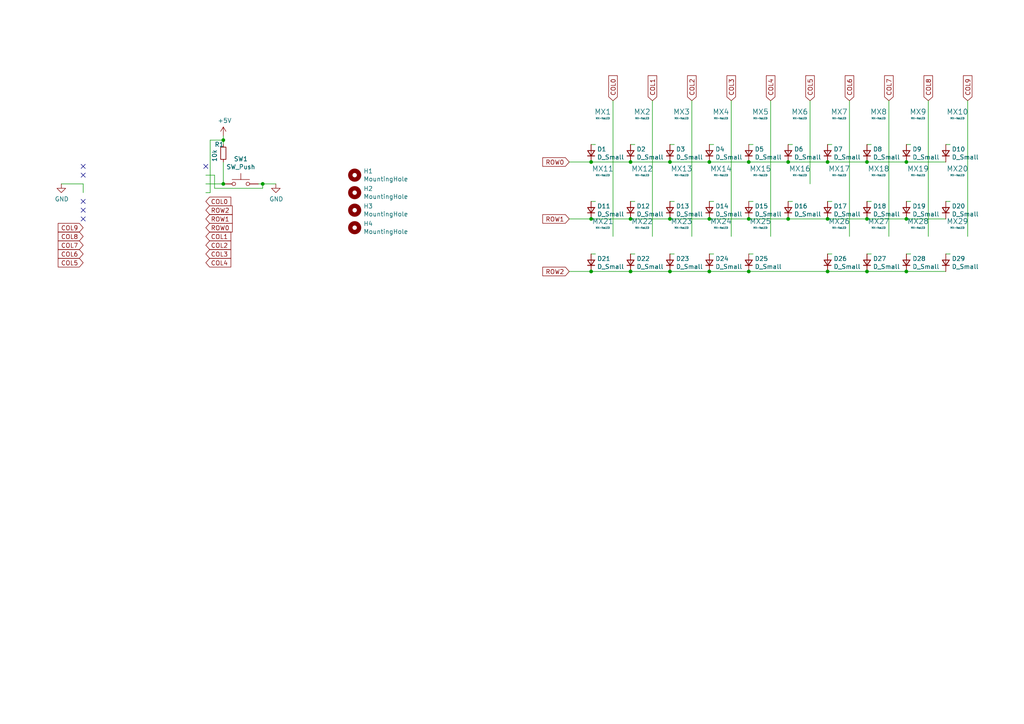
<source format=kicad_sch>
(kicad_sch (version 20230121) (generator eeschema)
  (paper "A4")
  (lib_symbols
    (symbol "Device:D_Small" (pin_numbers hide) (pin_names (offset 0.254) hide)
      (property "Reference" "D" (at -1.27 2.032 0))
      (property "Value" "D_Small" (at -3.81 -2.032 0))
      (symbol "D_Small_0_1"
        (polyline (pts (xy -0.762 -1.016) (xy -0.762 1.016)) (stroke (width 0.254)))
        (polyline (pts (xy -0.762 0) (xy 0.762 0)))
        (polyline (pts (xy 0.762 -1.016) (xy -0.762 0) (xy 0.762 1.016) (xy 0.762 -1.016)) (stroke (width 0.254)))
      )
      (symbol "D_Small_1_1"
        (pin passive line (at -2.54 0 0) (length 1.778) (name "K") (number "1"))
        (pin passive line (at 2.54 0 180) (length 1.778) (name "A") (number "2"))
      )
    )
    (symbol "Device:R_Small" (pin_numbers hide) (pin_names (offset 0.254) hide)
      (property "Reference" "R" (at 0.762 0.508 0))
      (property "Value" "R_Small" (at 0.762 -1.016 0))
      (symbol "R_Small_0_1"
        (rectangle (start -0.762 1.778) (end 0.762 -1.778) (stroke (width 0.2032)))
      )
      (symbol "R_Small_1_1"
        (pin passive line (at 0 2.54 270) (length 0.762) (name "~") (number "1"))
        (pin passive line (at 0 -2.54 90) (length 0.762) (name "~") (number "2"))
      )
    )
    (symbol "Mechanical:MountingHole" (pin_names (offset 1.016))
      (property "Reference" "H" (at 0 5.08 0))
      (property "Value" "MountingHole" (at 0 3.175 0))
      (symbol "MountingHole_0_1"
        (circle (center 0 0) (radius 1.27) (stroke (width 1.27)))
      )
    )
    (symbol "Switch:SW_Push" (pin_numbers hide) (pin_names (offset 1.016) hide)
      (property "Reference" "SW" (at 1.27 2.54 0))
      (property "Value" "SW_Push" (at 0 -1.524 0))
      (symbol "SW_Push_0_1"
        (circle (center -2.032 0) (radius 0.508))
        (polyline (pts (xy 0 1.27) (xy 0 3.048)))
        (polyline (pts (xy 2.54 1.27) (xy -2.54 1.27)))
        (circle (center 2.032 0) (radius 0.508))
        (pin passive line (at -5.08 0 0) (length 2.54) (name "1") (number "1"))
        (pin passive line (at 5.08 0 180) (length 2.54) (name "2") (number "2"))
      )
    )
    (symbol "power:+5V" (power) (pin_names (offset 0))
      (property "Value" "+5V" (at 0 3.556 0))
      (symbol "+5V_0_1"
        (polyline (pts (xy -0.762 1.27) (xy 0 2.54)))
        (polyline (pts (xy 0 0) (xy 0 2.54)))
        (polyline (pts (xy 0 2.54) (xy 0.762 1.27)))
      )
      (symbol "+5V_1_1"
        (pin power_in line (at 0 0 90) (length 0) hide (name "+5V") (number "1"))
      )
    )
    (symbol "power:GND" (power) (pin_names (offset 0))
      (property "Value" "GND" (at 0 -3.81 0))
      (symbol "GND_0_1"
        (polyline (pts (xy 0 0) (xy 0 -1.27) (xy 1.27 -1.27) (xy 0 -2.54) (xy -1.27 -1.27) (xy 0 -1.27)))
      )
      (symbol "GND_1_1"
        (pin power_in line (at 0 0 270) (length 0) hide (name "GND") (number "1"))
      )
    )
  )
  (junction (at 217.17 46.99))
  (junction (at 171.45 46.99))
  (junction (at 76.2 53.34))
  (junction (at 240.03 78.74))
  (junction (at 182.88 63.5))
  (junction (at 228.6 46.99))
  (junction (at 251.46 46.99))
  (junction (at 262.89 78.74))
  (junction (at 228.6 63.5))
  (junction (at 217.17 63.5))
  (junction (at 262.89 63.5))
  (junction (at 262.89 46.99))
  (junction (at 240.03 63.5))
  (junction (at 194.31 78.74))
  (junction (at 217.17 78.74))
  (junction (at 251.46 63.5))
  (junction (at 182.88 78.74))
  (junction (at 182.88 46.99))
  (junction (at 240.03 46.99))
  (junction (at 171.45 78.74))
  (junction (at 171.45 63.5))
  (junction (at 251.46 78.74))
  (junction (at 64.77 53.34))
  (junction (at 205.74 46.99))
  (junction (at 64.77 40.64))
  (junction (at 194.31 63.5))
  (junction (at 205.74 78.74))
  (junction (at 194.31 46.99))
  (junction (at 205.74 63.5))
  (no_connect (at 24.13 50.8))
  (no_connect (at 24.13 58.42))
  (no_connect (at 24.13 63.5))
  (no_connect (at 59.69 48.26))
  (no_connect (at 24.13 48.26))
  (no_connect (at 24.13 60.96))
  (wire (pts (xy 17.78 53.34) (xy 24.13 53.34)))
  (wire (pts (xy 195.58 41.91) (xy 194.31 41.91)))
  (wire (pts (xy 171.45 78.74) (xy 165.1 78.74)))
  (wire (pts (xy 171.45 46.99) (xy 165.1 46.99)))
  (wire (pts (xy 218.44 73.66) (xy 217.17 73.66)))
  (wire (pts (xy 212.09 29.21) (xy 212.09 68.58)))
  (wire (pts (xy 228.6 46.99) (xy 240.03 46.99)))
  (wire (pts (xy 59.69 55.88) (xy 60.96 55.88)))
  (wire (pts (xy 194.31 78.74) (xy 205.74 78.74)))
  (wire (pts (xy 195.58 58.42) (xy 194.31 58.42)))
  (wire (pts (xy 171.45 78.74) (xy 182.88 78.74)))
  (wire (pts (xy 246.38 29.21) (xy 246.38 68.58)))
  (wire (pts (xy 262.89 78.74) (xy 274.32 78.74)))
  (wire (pts (xy 269.24 29.21) (xy 269.24 68.58)))
  (wire (pts (xy 218.44 58.42) (xy 217.17 58.42)))
  (wire (pts (xy 217.17 78.74) (xy 240.03 78.74)))
  (wire (pts (xy 252.73 41.91) (xy 251.46 41.91)))
  (wire (pts (xy 252.73 73.66) (xy 251.46 73.66)))
  (wire (pts (xy 182.88 78.74) (xy 194.31 78.74)))
  (wire (pts (xy 184.15 58.42) (xy 182.88 58.42)))
  (wire (pts (xy 64.77 46.99) (xy 64.77 53.34)))
  (wire (pts (xy 60.96 40.64) (xy 64.77 40.64)))
  (wire (pts (xy 64.77 53.34) (xy 59.69 53.34)))
  (wire (pts (xy 252.73 58.42) (xy 251.46 58.42)))
  (wire (pts (xy 280.67 29.21) (xy 280.67 68.58)))
  (wire (pts (xy 194.31 46.99) (xy 205.74 46.99)))
  (wire (pts (xy 240.03 46.99) (xy 251.46 46.99)))
  (wire (pts (xy 275.59 41.91) (xy 274.32 41.91)))
  (wire (pts (xy 205.74 46.99) (xy 217.17 46.99)))
  (wire (pts (xy 251.46 46.99) (xy 262.89 46.99)))
  (wire (pts (xy 59.69 50.8) (xy 62.23 50.8)))
  (wire (pts (xy 262.89 46.99) (xy 274.32 46.99)))
  (wire (pts (xy 200.66 29.21) (xy 200.66 68.58)))
  (wire (pts (xy 207.01 73.66) (xy 205.74 73.66)))
  (wire (pts (xy 195.58 73.66) (xy 194.31 73.66)))
  (wire (pts (xy 262.89 63.5) (xy 274.32 63.5)))
  (wire (pts (xy 217.17 46.99) (xy 228.6 46.99)))
  (wire (pts (xy 189.23 29.21) (xy 189.23 68.58)))
  (wire (pts (xy 251.46 63.5) (xy 262.89 63.5)))
  (wire (pts (xy 257.81 29.21) (xy 257.81 68.58)))
  (wire (pts (xy 24.13 53.34) (xy 24.13 55.88)))
  (wire (pts (xy 171.45 46.99) (xy 182.88 46.99)))
  (wire (pts (xy 64.77 40.64) (xy 64.77 41.91)))
  (wire (pts (xy 241.3 58.42) (xy 240.03 58.42)))
  (wire (pts (xy 217.17 63.5) (xy 228.6 63.5)))
  (wire (pts (xy 240.03 63.5) (xy 251.46 63.5)))
  (wire (pts (xy 275.59 58.42) (xy 274.32 58.42)))
  (wire (pts (xy 264.16 73.66) (xy 262.89 73.66)))
  (wire (pts (xy 229.87 58.42) (xy 228.6 58.42)))
  (wire (pts (xy 275.59 73.66) (xy 274.32 73.66)))
  (wire (pts (xy 241.3 41.91) (xy 240.03 41.91)))
  (wire (pts (xy 207.01 41.91) (xy 205.74 41.91)))
  (wire (pts (xy 62.23 50.8) (xy 62.23 54.61)))
  (wire (pts (xy 223.52 29.21) (xy 223.52 68.58)))
  (wire (pts (xy 60.96 55.88) (xy 60.96 40.64)))
  (wire (pts (xy 182.88 63.5) (xy 194.31 63.5)))
  (wire (pts (xy 205.74 63.5) (xy 217.17 63.5)))
  (wire (pts (xy 76.2 53.34) (xy 74.93 53.34)))
  (wire (pts (xy 171.45 63.5) (xy 182.88 63.5)))
  (wire (pts (xy 241.3 73.66) (xy 240.03 73.66)))
  (wire (pts (xy 240.03 78.74) (xy 251.46 78.74)))
  (wire (pts (xy 177.8 29.21) (xy 177.8 68.58)))
  (wire (pts (xy 62.23 54.61) (xy 76.2 54.61)))
  (wire (pts (xy 205.74 78.74) (xy 217.17 78.74)))
  (wire (pts (xy 207.01 58.42) (xy 205.74 58.42)))
  (wire (pts (xy 229.87 41.91) (xy 228.6 41.91)))
  (wire (pts (xy 172.72 73.66) (xy 171.45 73.66)))
  (wire (pts (xy 64.77 39.37) (xy 64.77 40.64)))
  (wire (pts (xy 182.88 46.99) (xy 194.31 46.99)))
  (wire (pts (xy 218.44 41.91) (xy 217.17 41.91)))
  (wire (pts (xy 251.46 78.74) (xy 262.89 78.74)))
  (wire (pts (xy 194.31 63.5) (xy 205.74 63.5)))
  (wire (pts (xy 76.2 54.61) (xy 76.2 53.34)))
  (wire (pts (xy 80.01 53.34) (xy 76.2 53.34)))
  (wire (pts (xy 171.45 63.5) (xy 165.1 63.5)))
  (wire (pts (xy 264.16 58.42) (xy 262.89 58.42)))
  (wire (pts (xy 184.15 41.91) (xy 182.88 41.91)))
  (wire (pts (xy 184.15 73.66) (xy 182.88 73.66)))
  (wire (pts (xy 228.6 63.5) (xy 240.03 63.5)))
  (wire (pts (xy 172.72 41.91) (xy 171.45 41.91)))
  (wire (pts (xy 234.95 29.21) (xy 234.95 53.34)))
  (wire (pts (xy 264.16 41.91) (xy 262.89 41.91)))
  (wire (pts (xy 172.72 58.42) (xy 171.45 58.42)))
  (global_label "COL6" (shape input) (at 24.13 73.66 180) (property "Intersheetrefs" "${INTERSHEET_REFS}" (effects hide)))
  (global_label "COL3" (shape input) (at 59.69 73.66 0) (property "Intersheetrefs" "${INTERSHEET_REFS}" (effects hide)))
  (global_label "COL8" (shape input) (at 269.24 29.21 90) (property "Intersheetrefs" "${INTERSHEET_REFS}" (effects hide)))
  (global_label "COL0" (shape input) (at 177.8 29.21 90) (property "Intersheetrefs" "${INTERSHEET_REFS}" (effects hide)))
  (global_label "ROW2" (shape input) (at 59.69 60.96 0) (property "Intersheetrefs" "${INTERSHEET_REFS}" (effects hide)))
  (global_label "COL1" (shape input) (at 189.23 29.21 90) (property "Intersheetrefs" "${INTERSHEET_REFS}" (effects hide)))
  (global_label "ROW0" (shape input) (at 165.1 46.99 180) (property "Intersheetrefs" "${INTERSHEET_REFS}" (effects hide)))
  (global_label "COL4" (shape input) (at 59.69 76.2 0) (property "Intersheetrefs" "${INTERSHEET_REFS}" (effects hide)))
  (global_label "COL7" (shape input) (at 257.81 29.21 90) (property "Intersheetrefs" "${INTERSHEET_REFS}" (effects hide)))
  (global_label "ROW1" (shape input) (at 59.69 63.5 0) (property "Intersheetrefs" "${INTERSHEET_REFS}" (effects hide)))
  (global_label "COL9" (shape input) (at 24.13 66.04 180) (property "Intersheetrefs" "${INTERSHEET_REFS}" (effects hide)))
  (global_label "COL2" (shape input) (at 59.69 71.12 0) (property "Intersheetrefs" "${INTERSHEET_REFS}" (effects hide)))
  (global_label "COL0" (shape input) (at 59.69 58.42 0) (property "Intersheetrefs" "${INTERSHEET_REFS}" (effects hide)))
  (global_label "COL5" (shape input) (at 234.95 29.21 90) (property "Intersheetrefs" "${INTERSHEET_REFS}" (effects hide)))
  (global_label "COL6" (shape input) (at 246.38 29.21 90) (property "Intersheetrefs" "${INTERSHEET_REFS}" (effects hide)))
  (global_label "ROW0" (shape input) (at 59.69 66.04 0) (property "Intersheetrefs" "${INTERSHEET_REFS}" (effects hide)))
  (global_label "COL7" (shape input) (at 24.13 71.12 180) (property "Intersheetrefs" "${INTERSHEET_REFS}" (effects hide)))
  (global_label "COL5" (shape input) (at 24.13 76.2 180) (property "Intersheetrefs" "${INTERSHEET_REFS}" (effects hide)))
  (global_label "COL4" (shape input) (at 223.52 29.21 90) (property "Intersheetrefs" "${INTERSHEET_REFS}" (effects hide)))
  (global_label "ROW1" (shape input) (at 165.1 63.5 180) (property "Intersheetrefs" "${INTERSHEET_REFS}" (effects hide)))
  (global_label "COL1" (shape input) (at 59.69 68.58 0) (property "Intersheetrefs" "${INTERSHEET_REFS}" (effects hide)))
  (global_label "COL2" (shape input) (at 200.66 29.21 90) (property "Intersheetrefs" "${INTERSHEET_REFS}" (effects hide)))
  (global_label "ROW2" (shape input) (at 165.1 78.74 180) (property "Intersheetrefs" "${INTERSHEET_REFS}" (effects hide)))
  (global_label "COL3" (shape input) (at 212.09 29.21 90) (property "Intersheetrefs" "${INTERSHEET_REFS}" (effects hide)))
  (global_label "COL9" (shape input) (at 280.67 29.21 90) (property "Intersheetrefs" "${INTERSHEET_REFS}" (effects hide)))
  (global_label "COL8" (shape input) (at 24.13 68.58 180) (property "Intersheetrefs" "${INTERSHEET_REFS}" (effects hide)))
  (symbol (lib_id "MX_Alps_Hybrid:MX-NoLED") (at 173.99 38.1 0) (unit 1)
    (property "Reference" "MX1" (at 174.8282 32.4358 0) (effects (font (size 1.524 1.524))))
    (property "Value" "MX-NoLED" (at 174.8282 34.3154 0) (effects (font (size 0.508 0.508))))
    (property "Footprint" "MX_Only:MXOnly-1U-Hotswap" (effects hide))
  )
  (symbol (lib_id "MX_Alps_Hybrid:MX-NoLED") (at 173.99 54.61 0) (unit 1)
    (property "Reference" "MX11" (at 174.8282 48.9458 0) (effects (font (size 1.524 1.524))))
    (property "Value" "MX-NoLED" (at 174.8282 50.8254 0) (effects (font (size 0.508 0.508))))
    (property "Footprint" "MX_Only:MXOnly-1U-Hotswap" (effects hide))
  )
  (symbol (lib_id "MX_Alps_Hybrid:MX-NoLED") (at 173.99 69.85 0) (unit 1)
    (property "Reference" "MX21" (at 174.8282 64.1858 0) (effects (font (size 1.524 1.524))))
    (property "Value" "MX-NoLED" (at 174.8282 66.0654 0) (effects (font (size 0.508 0.508))))
    (property "Footprint" "MX_Only:MXOnly-1U-Hotswap" (effects hide))
  )
  (symbol (lib_id "Device:D_Small") (at 171.45 44.45 90) (unit 1)
    (property "Reference" "D1" (at 173.1772 43.2816 90) (effects (justify right)))
    (property "Value" "D_Small" (at 173.1772 45.593 90) (effects (justify right)))
    (property "Footprint" "Keebio-Parts:Diode-Hybrid-Back" (effects hide))
  )
  (symbol (lib_id "Device:D_Small") (at 171.45 60.96 90) (unit 1)
    (property "Reference" "D11" (at 173.1772 59.7916 90) (effects (justify right)))
    (property "Value" "D_Small" (at 173.1772 62.103 90) (effects (justify right)))
    (property "Footprint" "Keebio-Parts:Diode-Hybrid-Back" (effects hide))
  )
  (symbol (lib_id "Device:D_Small") (at 171.45 76.2 90) (unit 1)
    (property "Reference" "D21" (at 173.1772 75.0316 90) (effects (justify right)))
    (property "Value" "D_Small" (at 173.1772 77.343 90) (effects (justify right)))
    (property "Footprint" "Keebio-Parts:Diode-Hybrid-Back" (effects hide))
  )
  (symbol (lib_id "MX_Alps_Hybrid:MX-NoLED") (at 185.42 38.1 0) (unit 1)
    (property "Reference" "MX2" (at 186.2582 32.4358 0) (effects (font (size 1.524 1.524))))
    (property "Value" "MX-NoLED" (at 186.2582 34.3154 0) (effects (font (size 0.508 0.508))))
    (property "Footprint" "MX_Only:MXOnly-1U-Hotswap" (effects hide))
  )
  (symbol (lib_id "MX_Alps_Hybrid:MX-NoLED") (at 185.42 54.61 0) (unit 1)
    (property "Reference" "MX12" (at 186.2582 48.9458 0) (effects (font (size 1.524 1.524))))
    (property "Value" "MX-NoLED" (at 186.2582 50.8254 0) (effects (font (size 0.508 0.508))))
    (property "Footprint" "MX_Only:MXOnly-1U-Hotswap" (effects hide))
  )
  (symbol (lib_id "MX_Alps_Hybrid:MX-NoLED") (at 185.42 69.85 0) (unit 1)
    (property "Reference" "MX22" (at 186.2582 64.1858 0) (effects (font (size 1.524 1.524))))
    (property "Value" "MX-NoLED" (at 186.2582 66.0654 0) (effects (font (size 0.508 0.508))))
    (property "Footprint" "MX_Only:MXOnly-1U-Hotswap" (effects hide))
  )
  (symbol (lib_id "Device:D_Small") (at 182.88 44.45 90) (unit 1)
    (property "Reference" "D2" (at 184.6072 43.2816 90) (effects (justify right)))
    (property "Value" "D_Small" (at 184.6072 45.593 90) (effects (justify right)))
    (property "Footprint" "Keebio-Parts:Diode-Hybrid-Back" (effects hide))
  )
  (symbol (lib_id "Device:D_Small") (at 182.88 60.96 90) (unit 1)
    (property "Reference" "D12" (at 184.6072 59.7916 90) (effects (justify right)))
    (property "Value" "D_Small" (at 184.6072 62.103 90) (effects (justify right)))
    (property "Footprint" "Keebio-Parts:Diode-Hybrid-Back" (effects hide))
  )
  (symbol (lib_id "Device:D_Small") (at 182.88 76.2 90) (unit 1)
    (property "Reference" "D22" (at 184.6072 75.0316 90) (effects (justify right)))
    (property "Value" "D_Small" (at 184.6072 77.343 90) (effects (justify right)))
    (property "Footprint" "Keebio-Parts:Diode-Hybrid-Back" (effects hide))
  )
  (symbol (lib_id "MX_Alps_Hybrid:MX-NoLED") (at 196.85 38.1 0) (unit 1)
    (property "Reference" "MX3" (at 197.6882 32.4358 0) (effects (font (size 1.524 1.524))))
    (property "Value" "MX-NoLED" (at 197.6882 34.3154 0) (effects (font (size 0.508 0.508))))
    (property "Footprint" "MX_Only:MXOnly-1U-Hotswap" (effects hide))
  )
  (symbol (lib_id "MX_Alps_Hybrid:MX-NoLED") (at 196.85 54.61 0) (unit 1)
    (property "Reference" "MX13" (at 197.6882 48.9458 0) (effects (font (size 1.524 1.524))))
    (property "Value" "MX-NoLED" (at 197.6882 50.8254 0) (effects (font (size 0.508 0.508))))
    (property "Footprint" "MX_Only:MXOnly-1U-Hotswap" (effects hide))
  )
  (symbol (lib_id "MX_Alps_Hybrid:MX-NoLED") (at 196.85 69.85 0) (unit 1)
    (property "Reference" "MX23" (at 197.6882 64.1858 0) (effects (font (size 1.524 1.524))))
    (property "Value" "MX-NoLED" (at 197.6882 66.0654 0) (effects (font (size 0.508 0.508))))
    (property "Footprint" "MX_Only:MXOnly-1U-Hotswap" (effects hide))
  )
  (symbol (lib_id "Device:D_Small") (at 194.31 44.45 90) (unit 1)
    (property "Reference" "D3" (at 196.0372 43.2816 90) (effects (justify right)))
    (property "Value" "D_Small" (at 196.0372 45.593 90) (effects (justify right)))
    (property "Footprint" "Keebio-Parts:Diode-Hybrid-Back" (effects hide))
  )
  (symbol (lib_id "Device:D_Small") (at 194.31 60.96 90) (unit 1)
    (property "Reference" "D13" (at 196.0372 59.7916 90) (effects (justify right)))
    (property "Value" "D_Small" (at 196.0372 62.103 90) (effects (justify right)))
    (property "Footprint" "Keebio-Parts:Diode-Hybrid-Back" (effects hide))
  )
  (symbol (lib_id "Device:D_Small") (at 194.31 76.2 90) (unit 1)
    (property "Reference" "D23" (at 196.0372 75.0316 90) (effects (justify right)))
    (property "Value" "D_Small" (at 196.0372 77.343 90) (effects (justify right)))
    (property "Footprint" "Keebio-Parts:Diode-Hybrid-Back" (effects hide))
  )
  (symbol (lib_id "MX_Alps_Hybrid:MX-NoLED") (at 208.28 38.1 0) (unit 1)
    (property "Reference" "MX4" (at 209.1182 32.4358 0) (effects (font (size 1.524 1.524))))
    (property "Value" "MX-NoLED" (at 209.1182 34.3154 0) (effects (font (size 0.508 0.508))))
    (property "Footprint" "MX_Only:MXOnly-1U-Hotswap" (effects hide))
  )
  (symbol (lib_id "MX_Alps_Hybrid:MX-NoLED") (at 208.28 54.61 0) (unit 1)
    (property "Reference" "MX14" (at 209.1182 48.9458 0) (effects (font (size 1.524 1.524))))
    (property "Value" "MX-NoLED" (at 209.1182 50.8254 0) (effects (font (size 0.508 0.508))))
    (property "Footprint" "MX_Only:MXOnly-1U-Hotswap" (effects hide))
  )
  (symbol (lib_id "MX_Alps_Hybrid:MX-NoLED") (at 208.28 69.85 0) (unit 1)
    (property "Reference" "MX24" (at 209.1182 64.1858 0) (effects (font (size 1.524 1.524))))
    (property "Value" "MX-NoLED" (at 209.1182 66.0654 0) (effects (font (size 0.508 0.508))))
    (property "Footprint" "MX_Only:MXOnly-1U-Hotswap" (effects hide))
  )
  (symbol (lib_id "Device:D_Small") (at 205.74 44.45 90) (unit 1)
    (property "Reference" "D4" (at 207.4672 43.2816 90) (effects (justify right)))
    (property "Value" "D_Small" (at 207.4672 45.593 90) (effects (justify right)))
    (property "Footprint" "Keebio-Parts:Diode-Hybrid-Back" (effects hide))
  )
  (symbol (lib_id "Device:D_Small") (at 205.74 60.96 90) (unit 1)
    (property "Reference" "D14" (at 207.4672 59.7916 90) (effects (justify right)))
    (property "Value" "D_Small" (at 207.4672 62.103 90) (effects (justify right)))
    (property "Footprint" "Keebio-Parts:Diode-Hybrid-Back" (effects hide))
  )
  (symbol (lib_id "Device:D_Small") (at 205.74 76.2 90) (unit 1)
    (property "Reference" "D24" (at 207.4672 75.0316 90) (effects (justify right)))
    (property "Value" "D_Small" (at 207.4672 77.343 90) (effects (justify right)))
    (property "Footprint" "Keebio-Parts:Diode-Hybrid-Back" (effects hide))
  )
  (symbol (lib_id "MX_Alps_Hybrid:MX-NoLED") (at 219.71 38.1 0) (unit 1)
    (property "Reference" "MX5" (at 220.5482 32.4358 0) (effects (font (size 1.524 1.524))))
    (property "Value" "MX-NoLED" (at 220.5482 34.3154 0) (effects (font (size 0.508 0.508))))
    (property "Footprint" "MX_Only:MXOnly-1U-Hotswap" (effects hide))
  )
  (symbol (lib_id "MX_Alps_Hybrid:MX-NoLED") (at 219.71 54.61 0) (unit 1)
    (property "Reference" "MX15" (at 220.5482 48.9458 0) (effects (font (size 1.524 1.524))))
    (property "Value" "MX-NoLED" (at 220.5482 50.8254 0) (effects (font (size 0.508 0.508))))
    (property "Footprint" "MX_Only:MXOnly-1U-Hotswap" (effects hide))
  )
  (symbol (lib_id "MX_Alps_Hybrid:MX-NoLED") (at 219.71 69.85 0) (unit 1)
    (property "Reference" "MX25" (at 220.5482 64.1858 0) (effects (font (size 1.524 1.524))))
    (property "Value" "MX-NoLED" (at 220.5482 66.0654 0) (effects (font (size 0.508 0.508))))
    (property "Footprint" "MX_Only:MXOnly-2U-Hotswap-ReversedStabilizers" (effects hide))
  )
  (symbol (lib_id "Device:D_Small") (at 217.17 44.45 90) (unit 1)
    (property "Reference" "D5" (at 218.8972 43.2816 90) (effects (justify right)))
    (property "Value" "D_Small" (at 218.8972 45.593 90) (effects (justify right)))
    (property "Footprint" "Keebio-Parts:Diode-Hybrid-Back" (effects hide))
  )
  (symbol (lib_id "Device:D_Small") (at 217.17 60.96 90) (unit 1)
    (property "Reference" "D15" (at 218.8972 59.7916 90) (effects (justify right)))
    (property "Value" "D_Small" (at 218.8972 62.103 90) (effects (justify right)))
    (property "Footprint" "Keebio-Parts:Diode-Hybrid-Back" (effects hide))
  )
  (symbol (lib_id "Device:D_Small") (at 217.17 76.2 90) (unit 1)
    (property "Reference" "D25" (at 218.8972 75.0316 90) (effects (justify right)))
    (property "Value" "D_Small" (at 218.8972 77.343 90) (effects (justify right)))
    (property "Footprint" "Keebio-Parts:Diode-Hybrid-Back" (effects hide))
  )
  (symbol (lib_id "MX_Alps_Hybrid:MX-NoLED") (at 231.14 38.1 0) (unit 1)
    (property "Reference" "MX6" (at 231.9782 32.4358 0) (effects (font (size 1.524 1.524))))
    (property "Value" "MX-NoLED" (at 231.9782 34.3154 0) (effects (font (size 0.508 0.508))))
    (property "Footprint" "MX_Only:MXOnly-1U-Hotswap" (effects hide))
  )
  (symbol (lib_id "MX_Alps_Hybrid:MX-NoLED") (at 231.14 54.61 0) (unit 1)
    (property "Reference" "MX16" (at 231.9782 48.9458 0) (effects (font (size 1.524 1.524))))
    (property "Value" "MX-NoLED" (at 231.9782 50.8254 0) (effects (font (size 0.508 0.508))))
    (property "Footprint" "MX_Only:MXOnly-1U-Hotswap" (effects hide))
  )
  (symbol (lib_id "Device:D_Small") (at 228.6 44.45 90) (unit 1)
    (property "Reference" "D6" (at 230.3272 43.2816 90) (effects (justify right)))
    (property "Value" "D_Small" (at 230.3272 45.593 90) (effects (justify right)))
    (property "Footprint" "Keebio-Parts:Diode-Hybrid-Back" (effects hide))
  )
  (symbol (lib_id "Device:D_Small") (at 228.6 60.96 90) (unit 1)
    (property "Reference" "D16" (at 230.3272 59.7916 90) (effects (justify right)))
    (property "Value" "D_Small" (at 230.3272 62.103 90) (effects (justify right)))
    (property "Footprint" "Keebio-Parts:Diode-Hybrid-Back" (effects hide))
  )
  (symbol (lib_id "MX_Alps_Hybrid:MX-NoLED") (at 242.57 38.1 0) (unit 1)
    (property "Reference" "MX7" (at 243.4082 32.4358 0) (effects (font (size 1.524 1.524))))
    (property "Value" "MX-NoLED" (at 243.4082 34.3154 0) (effects (font (size 0.508 0.508))))
    (property "Footprint" "MX_Only:MXOnly-1U-Hotswap" (effects hide))
  )
  (symbol (lib_id "MX_Alps_Hybrid:MX-NoLED") (at 242.57 54.61 0) (unit 1)
    (property "Reference" "MX17" (at 243.4082 48.9458 0) (effects (font (size 1.524 1.524))))
    (property "Value" "MX-NoLED" (at 243.4082 50.8254 0) (effects (font (size 0.508 0.508))))
    (property "Footprint" "MX_Only:MXOnly-1U-Hotswap" (effects hide))
  )
  (symbol (lib_id "MX_Alps_Hybrid:MX-NoLED") (at 242.57 69.85 0) (unit 1)
    (property "Reference" "MX26" (at 243.4082 64.1858 0) (effects (font (size 1.524 1.524))))
    (property "Value" "MX-NoLED" (at 243.4082 66.0654 0) (effects (font (size 0.508 0.508))))
    (property "Footprint" "MX_Only:MXOnly-1U-Hotswap" (effects hide))
  )
  (symbol (lib_id "Device:D_Small") (at 240.03 44.45 90) (unit 1)
    (property "Reference" "D7" (at 241.7572 43.2816 90) (effects (justify right)))
    (property "Value" "D_Small" (at 241.7572 45.593 90) (effects (justify right)))
    (property "Footprint" "Keebio-Parts:Diode-Hybrid-Back" (effects hide))
  )
  (symbol (lib_id "Device:D_Small") (at 240.03 60.96 90) (unit 1)
    (property "Reference" "D17" (at 241.7572 59.7916 90) (effects (justify right)))
    (property "Value" "D_Small" (at 241.7572 62.103 90) (effects (justify right)))
    (property "Footprint" "Keebio-Parts:Diode-Hybrid-Back" (effects hide))
  )
  (symbol (lib_id "Device:D_Small") (at 240.03 76.2 90) (unit 1)
    (property "Reference" "D26" (at 241.7572 75.0316 90) (effects (justify right)))
    (property "Value" "D_Small" (at 241.7572 77.343 90) (effects (justify right)))
    (property "Footprint" "Keebio-Parts:Diode-Hybrid-Back" (effects hide))
  )
  (symbol (lib_id "MX_Alps_Hybrid:MX-NoLED") (at 254 38.1 0) (unit 1)
    (property "Reference" "MX8" (at 254.8382 32.4358 0) (effects (font (size 1.524 1.524))))
    (property "Value" "MX-NoLED" (at 254.8382 34.3154 0) (effects (font (size 0.508 0.508))))
    (property "Footprint" "MX_Only:MXOnly-1U-Hotswap" (effects hide))
  )
  (symbol (lib_id "MX_Alps_Hybrid:MX-NoLED") (at 254 54.61 0) (unit 1)
    (property "Reference" "MX18" (at 254.8382 48.9458 0) (effects (font (size 1.524 1.524))))
    (property "Value" "MX-NoLED" (at 254.8382 50.8254 0) (effects (font (size 0.508 0.508))))
    (property "Footprint" "MX_Only:MXOnly-1U-Hotswap" (effects hide))
  )
  (symbol (lib_id "MX_Alps_Hybrid:MX-NoLED") (at 254 69.85 0) (unit 1)
    (property "Reference" "MX27" (at 254.8382 64.1858 0) (effects (font (size 1.524 1.524))))
    (property "Value" "MX-NoLED" (at 254.8382 66.0654 0) (effects (font (size 0.508 0.508))))
    (property "Footprint" "MX_Only:MXOnly-1U-Hotswap" (effects hide))
  )
  (symbol (lib_id "Device:D_Small") (at 251.46 44.45 90) (unit 1)
    (property "Reference" "D8" (at 253.1872 43.2816 90) (effects (justify right)))
    (property "Value" "D_Small" (at 253.1872 45.593 90) (effects (justify right)))
    (property "Footprint" "Keebio-Parts:Diode-Hybrid-Back" (effects hide))
  )
  (symbol (lib_id "Device:D_Small") (at 251.46 60.96 90) (unit 1)
    (property "Reference" "D18" (at 253.1872 59.7916 90) (effects (justify right)))
    (property "Value" "D_Small" (at 253.1872 62.103 90) (effects (justify right)))
    (property "Footprint" "Keebio-Parts:Diode-Hybrid-Back" (effects hide))
  )
  (symbol (lib_id "Device:D_Small") (at 251.46 76.2 90) (unit 1)
    (property "Reference" "D27" (at 253.1872 75.0316 90) (effects (justify right)))
    (property "Value" "D_Small" (at 253.1872 77.343 90) (effects (justify right)))
    (property "Footprint" "Keebio-Parts:Diode-Hybrid-Back" (effects hide))
  )
  (symbol (lib_id "promicro:ProMicro") (at 41.91 67.31 0) (unit 1)
    (property "Reference" "U1" (at 41.91 40.9702 0) (effects (font (size 1.524 1.524))))
    (property "Value" "ProMicro" (at 41.91 43.6626 0) (effects (font (size 1.524 1.524))))
    (property "Footprint" "promicro:ProMicro" (effects hide))
  )
  (symbol (lib_id "power:+5V") (at 64.77 39.37 0) (unit 1)
    (property "Reference" "#PWR0101" (effects hide))
    (property "Value" "+5V" (at 65.151 34.9758 0))
  )
  (symbol (lib_id "Device:R_Small") (at 64.77 44.45 0) (unit 1)
    (property "Reference" "R1" (at 62.23 41.91 0) (effects (justify left)))
    (property "Value" "10k" (at 62.23 46.99 90) (effects (justify left)))
    (property "Footprint" "Resistor_THT:R_Axial_DIN0204_L3.6mm_D1.6mm_P5.08mm_Horizontal" (effects hide))
  )
  (symbol (lib_id "Switch:SW_Push") (at 69.85 53.34 0) (unit 1)
    (property "Reference" "SW1" (at 69.85 46.101 0))
    (property "Value" "SW_Push" (at 69.85 48.4124 0))
    (property "Footprint" "random-keyboard-parts:SKQG-1155865" (effects hide))
  )
  (symbol (lib_id "power:GND") (at 80.01 53.34 0) (unit 1)
    (property "Reference" "#PWR0102" (effects hide))
    (property "Value" "GND" (at 80.137 57.7342 0))
  )
  (symbol (lib_id "MX_Alps_Hybrid:MX-NoLED") (at 265.43 38.1 0) (unit 1)
    (property "Reference" "MX9" (at 266.2682 32.4358 0) (effects (font (size 1.524 1.524))))
    (property "Value" "MX-NoLED" (at 266.2682 34.3154 0) (effects (font (size 0.508 0.508))))
    (property "Footprint" "MX_Only:MXOnly-1U-Hotswap" (effects hide))
  )
  (symbol (lib_id "MX_Alps_Hybrid:MX-NoLED") (at 265.43 54.61 0) (unit 1)
    (property "Reference" "MX19" (at 266.2682 48.9458 0) (effects (font (size 1.524 1.524))))
    (property "Value" "MX-NoLED" (at 266.2682 50.8254 0) (effects (font (size 0.508 0.508))))
    (property "Footprint" "MX_Only:MXOnly-1U-Hotswap" (effects hide))
  )
  (symbol (lib_id "MX_Alps_Hybrid:MX-NoLED") (at 265.43 69.85 0) (unit 1)
    (property "Reference" "MX28" (at 266.2682 64.1858 0) (effects (font (size 1.524 1.524))))
    (property "Value" "MX-NoLED" (at 266.2682 66.0654 0) (effects (font (size 0.508 0.508))))
    (property "Footprint" "MX_Only:MXOnly-1U-Hotswap" (effects hide))
  )
  (symbol (lib_id "Device:D_Small") (at 262.89 44.45 90) (unit 1)
    (property "Reference" "D9" (at 264.6172 43.2816 90) (effects (justify right)))
    (property "Value" "D_Small" (at 264.6172 45.593 90) (effects (justify right)))
    (property "Footprint" "Keebio-Parts:Diode-Hybrid-Back" (effects hide))
  )
  (symbol (lib_id "Device:D_Small") (at 262.89 60.96 90) (unit 1)
    (property "Reference" "D19" (at 264.6172 59.7916 90) (effects (justify right)))
    (property "Value" "D_Small" (at 264.6172 62.103 90) (effects (justify right)))
    (property "Footprint" "Keebio-Parts:Diode-Hybrid-Back" (effects hide))
  )
  (symbol (lib_id "Device:D_Small") (at 262.89 76.2 90) (unit 1)
    (property "Reference" "D28" (at 264.6172 75.0316 90) (effects (justify right)))
    (property "Value" "D_Small" (at 264.6172 77.343 90) (effects (justify right)))
    (property "Footprint" "Keebio-Parts:Diode-Hybrid-Back" (effects hide))
  )
  (symbol (lib_id "MX_Alps_Hybrid:MX-NoLED") (at 276.86 38.1 0) (unit 1)
    (property "Reference" "MX10" (at 277.6982 32.4358 0) (effects (font (size 1.524 1.524))))
    (property "Value" "MX-NoLED" (at 277.6982 34.3154 0) (effects (font (size 0.508 0.508))))
    (property "Footprint" "MX_Only:MXOnly-1U-Hotswap" (effects hide))
  )
  (symbol (lib_id "MX_Alps_Hybrid:MX-NoLED") (at 276.86 54.61 0) (unit 1)
    (property "Reference" "MX20" (at 277.6982 48.9458 0) (effects (font (size 1.524 1.524))))
    (property "Value" "MX-NoLED" (at 277.6982 50.8254 0) (effects (font (size 0.508 0.508))))
    (property "Footprint" "MX_Only:MXOnly-1U-Hotswap" (effects hide))
  )
  (symbol (lib_id "MX_Alps_Hybrid:MX-NoLED") (at 276.86 69.85 0) (unit 1)
    (property "Reference" "MX29" (at 277.6982 64.1858 0) (effects (font (size 1.524 1.524))))
    (property "Value" "MX-NoLED" (at 277.6982 66.0654 0) (effects (font (size 0.508 0.508))))
    (property "Footprint" "MX_Only:MXOnly-1U-Hotswap" (effects hide))
  )
  (symbol (lib_id "Device:D_Small") (at 274.32 44.45 90) (unit 1)
    (property "Reference" "D10" (at 276.0472 43.2816 90) (effects (justify right)))
    (property "Value" "D_Small" (at 276.0472 45.593 90) (effects (justify right)))
    (property "Footprint" "Keebio-Parts:Diode-Hybrid-Back" (effects hide))
  )
  (symbol (lib_id "Device:D_Small") (at 274.32 60.96 90) (unit 1)
    (property "Reference" "D20" (at 276.0472 59.7916 90) (effects (justify right)))
    (property "Value" "D_Small" (at 276.0472 62.103 90) (effects (justify right)))
    (property "Footprint" "Keebio-Parts:Diode-Hybrid-Back" (effects hide))
  )
  (symbol (lib_id "Device:D_Small") (at 274.32 76.2 90) (unit 1)
    (property "Reference" "D29" (at 276.0472 75.0316 90) (effects (justify right)))
    (property "Value" "D_Small" (at 276.0472 77.343 90) (effects (justify right)))
    (property "Footprint" "Keebio-Parts:Diode-Hybrid-Back" (effects hide))
  )
  (symbol (lib_id "power:GND") (at 17.78 53.34 0) (unit 1)
    (property "Reference" "#PWR0103" (effects hide))
    (property "Value" "GND" (at 17.907 57.7342 0))
  )
  (symbol (lib_id "Mechanical:MountingHole") (at 102.87 50.8 0) (unit 1)
    (property "Reference" "H1" (at 105.41 49.6316 0) (effects (justify left)))
    (property "Value" "MountingHole" (at 105.41 51.943 0) (effects (justify left)))
    (property "Footprint" "MountingHole:MountingHole_2.2mm_M2_Pad" (effects hide))
  )
  (symbol (lib_id "Mechanical:MountingHole") (at 102.87 55.88 0) (unit 1)
    (property "Reference" "H2" (at 105.41 54.7116 0) (effects (justify left)))
    (property "Value" "MountingHole" (at 105.41 57.023 0) (effects (justify left)))
    (property "Footprint" "MountingHole:MountingHole_2.2mm_M2_Pad" (effects hide))
  )
  (symbol (lib_id "Mechanical:MountingHole") (at 102.87 60.96 0) (unit 1)
    (property "Reference" "H3" (at 105.41 59.7916 0) (effects (justify left)))
    (property "Value" "MountingHole" (at 105.41 62.103 0) (effects (justify left)))
    (property "Footprint" "MountingHole:MountingHole_2.2mm_M2_Pad" (effects hide))
  )
  (symbol (lib_id "Mechanical:MountingHole") (at 102.87 66.04 0) (unit 1)
    (property "Reference" "H4" (at 105.41 64.8716 0) (effects (justify left)))
    (property "Value" "MountingHole" (at 105.41 67.183 0) (effects (justify left)))
    (property "Footprint" "MountingHole:MountingHole_2.2mm_M2_Pad" (effects hide))
  )
)
</source>
